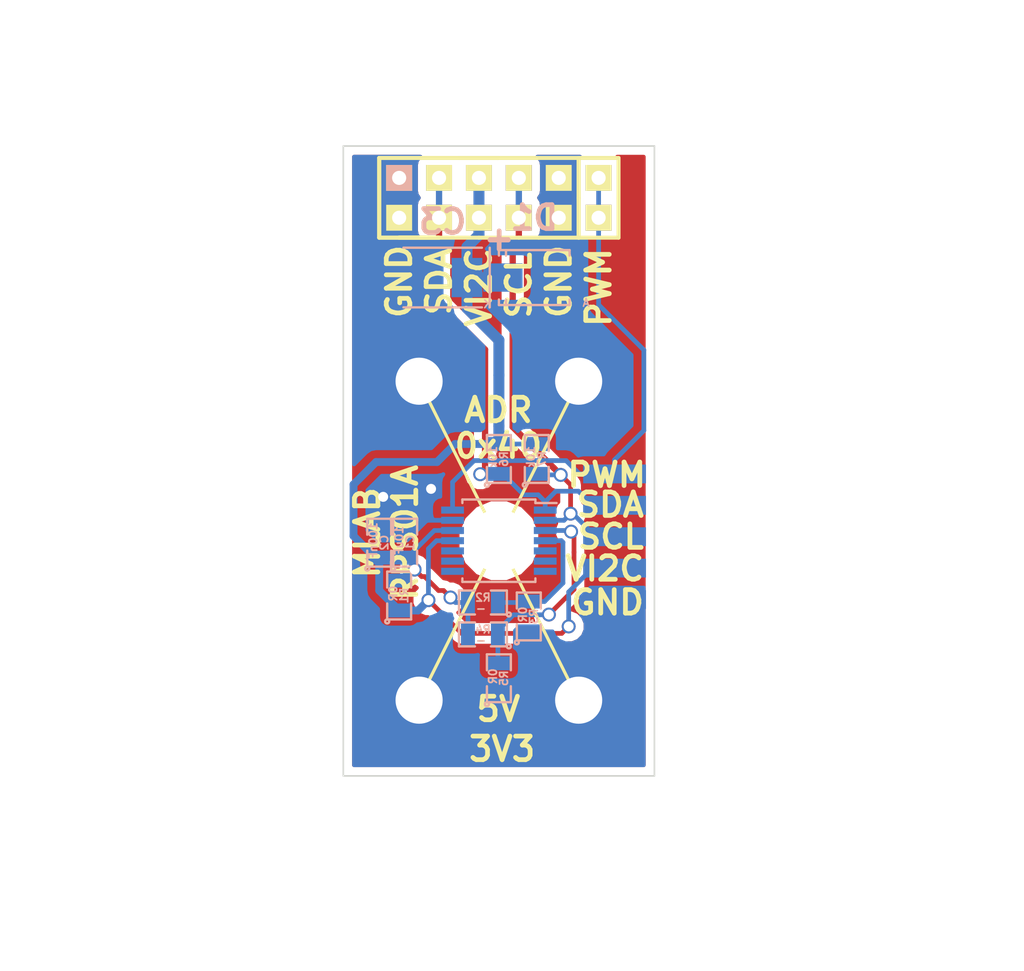
<source format=kicad_pcb>
(kicad_pcb (version 4) (host pcbnew 0.201601041403+6416~40~ubuntu15.10.1-stable)

  (general
    (links 43)
    (no_connects 0)
    (area 103.030001 65.668 168.471428 130.170001)
    (thickness 1.6)
    (drawings 32)
    (tracks 134)
    (zones 0)
    (modules 19)
    (nets 9)
  )

  (page A4)
  (title_block
    (title "Rotational Position Sensor")
    (rev 01A)
    (company MLAB.cz)
  )

  (layers
    (0 F.Cu signal)
    (31 B.Cu signal)
    (32 B.Adhes user)
    (33 F.Adhes user)
    (34 B.Paste user)
    (35 F.Paste user)
    (36 B.SilkS user)
    (37 F.SilkS user)
    (38 B.Mask user)
    (39 F.Mask user)
    (40 Dwgs.User user)
    (41 Cmts.User user)
    (42 Eco1.User user)
    (43 Eco2.User user)
    (44 Edge.Cuts user)
    (45 Margin user)
    (46 B.CrtYd user)
    (47 F.CrtYd user)
    (48 B.Fab user)
    (49 F.Fab user)
  )

  (setup
    (last_trace_width 0.3)
    (user_trace_width 0.3)
    (user_trace_width 0.4)
    (user_trace_width 0.5)
    (user_trace_width 0.6)
    (user_trace_width 0.7)
    (trace_clearance 0.254)
    (zone_clearance 0.508)
    (zone_45_only no)
    (trace_min 0.254)
    (segment_width 0.2)
    (edge_width 0.1)
    (via_size 0.889)
    (via_drill 0.635)
    (via_min_size 0.889)
    (via_min_drill 0.508)
    (uvia_size 0.508)
    (uvia_drill 0.127)
    (uvias_allowed no)
    (uvia_min_size 0.508)
    (uvia_min_drill 0.127)
    (pcb_text_width 0.3)
    (pcb_text_size 1.5 1.5)
    (mod_edge_width 0.15)
    (mod_text_size 1 1)
    (mod_text_width 0.15)
    (pad_size 6 6)
    (pad_drill 6)
    (pad_to_mask_clearance 0)
    (aux_axis_origin 0 0)
    (visible_elements 7FFFFF7F)
    (pcbplotparams
      (layerselection 0x010e0_ffffffff)
      (usegerberextensions false)
      (excludeedgelayer true)
      (linewidth 0.100000)
      (plotframeref false)
      (viasonmask false)
      (mode 1)
      (useauxorigin false)
      (hpglpennumber 1)
      (hpglpenspeed 20)
      (hpglpendiameter 15)
      (hpglpenoverlay 2)
      (psnegative false)
      (psa4output false)
      (plotreference true)
      (plotvalue true)
      (plotinvisibletext false)
      (padsonsilk false)
      (subtractmaskfromsilk false)
      (outputformat 1)
      (mirror false)
      (drillshape 0)
      (scaleselection 1)
      (outputdirectory ../CAM_PROFI/))
  )

  (net 0 "")
  (net 1 GND)
  (net 2 VDD)
  (net 3 /SCL)
  (net 4 /SDA)
  (net 5 /PWM)
  (net 6 /A2)
  (net 7 /A1)
  (net 8 /VDD3V)

  (net_class Default "Toto je výchozí třída sítě."
    (clearance 0.254)
    (trace_width 0.3)
    (via_dia 0.889)
    (via_drill 0.635)
    (uvia_dia 0.508)
    (uvia_drill 0.127)
    (add_net /A1)
    (add_net /A2)
    (add_net /PWM)
    (add_net /SCL)
    (add_net /SDA)
    (add_net /VDD3V)
  )

  (net_class Power ""
    (clearance 0.254)
    (trace_width 0.5)
    (via_dia 0.889)
    (via_drill 0.635)
    (uvia_dia 0.508)
    (uvia_drill 0.127)
    (add_net GND)
    (add_net VDD)
  )

  (module Housings_SSOP:TSSOP-14_4.4x5mm_Pitch0.65mm (layer B.Cu) (tedit 55D1E9F8) (tstamp 55125207)
    (at 135.16 99.76 180)
    (descr "14-Lead Plastic Thin Shrink Small Outline (ST)-4.4 mm Body [TSSOP] (see Microchip Packaging Specification 00000049BS.pdf)")
    (tags "SSOP 0.65")
    (path /547DEEB9)
    (attr smd)
    (fp_text reference U1 (at 0 0 180) (layer B.SilkS)
      (effects (font (size 1 1) (thickness 0.15)) (justify mirror))
    )
    (fp_text value AS5048B (at -0.381 -0.127 270) (layer B.SilkS) hide
      (effects (font (size 1 1) (thickness 0.15)) (justify mirror))
    )
    (fp_line (start -3.95 2.8) (end -3.95 -2.8) (layer B.CrtYd) (width 0.05))
    (fp_line (start 3.95 2.8) (end 3.95 -2.8) (layer B.CrtYd) (width 0.05))
    (fp_line (start -3.95 2.8) (end 3.95 2.8) (layer B.CrtYd) (width 0.05))
    (fp_line (start -3.95 -2.8) (end 3.95 -2.8) (layer B.CrtYd) (width 0.05))
    (fp_line (start -2.325 2.625) (end -2.325 2.4) (layer B.SilkS) (width 0.15))
    (fp_line (start 2.325 2.625) (end 2.325 2.4) (layer B.SilkS) (width 0.15))
    (fp_line (start 2.325 -2.625) (end 2.325 -2.4) (layer B.SilkS) (width 0.15))
    (fp_line (start -2.325 -2.625) (end -2.325 -2.4) (layer B.SilkS) (width 0.15))
    (fp_line (start -2.325 2.625) (end 2.325 2.625) (layer B.SilkS) (width 0.15))
    (fp_line (start -2.325 -2.625) (end 2.325 -2.625) (layer B.SilkS) (width 0.15))
    (fp_line (start -2.325 2.4) (end -3.675 2.4) (layer B.SilkS) (width 0.15))
    (pad 1 smd rect (at -2.95 1.95 180) (size 1.45 0.45) (layers B.Cu B.Paste B.Mask)
      (net 4 /SDA))
    (pad 2 smd rect (at -2.95 1.3 180) (size 1.45 0.45) (layers B.Cu B.Paste B.Mask)
      (net 3 /SCL))
    (pad 3 smd rect (at -2.95 0.65 180) (size 1.45 0.45) (layers B.Cu B.Paste B.Mask)
      (net 6 /A2))
    (pad 4 smd rect (at -2.95 0 180) (size 1.45 0.45) (layers B.Cu B.Paste B.Mask)
      (net 7 /A1))
    (pad 5 smd rect (at -2.95 -0.65 180) (size 1.45 0.45) (layers B.Cu B.Paste B.Mask))
    (pad 6 smd rect (at -2.95 -1.3 180) (size 1.45 0.45) (layers B.Cu B.Paste B.Mask))
    (pad 7 smd rect (at -2.95 -1.95 180) (size 1.45 0.45) (layers B.Cu B.Paste B.Mask))
    (pad 8 smd rect (at 2.95 -1.95 180) (size 1.45 0.45) (layers B.Cu B.Paste B.Mask))
    (pad 9 smd rect (at 2.95 -1.3 180) (size 1.45 0.45) (layers B.Cu B.Paste B.Mask))
    (pad 10 smd rect (at 2.95 -0.65 180) (size 1.45 0.45) (layers B.Cu B.Paste B.Mask))
    (pad 11 smd rect (at 2.95 0 180) (size 1.45 0.45) (layers B.Cu B.Paste B.Mask)
      (net 2 VDD))
    (pad 12 smd rect (at 2.95 0.65 180) (size 1.45 0.45) (layers B.Cu B.Paste B.Mask)
      (net 8 /VDD3V))
    (pad 13 smd rect (at 2.95 1.3 180) (size 1.45 0.45) (layers B.Cu B.Paste B.Mask)
      (net 1 GND))
    (pad 14 smd rect (at 2.95 1.95 180) (size 1.45 0.45) (layers B.Cu B.Paste B.Mask)
      (net 5 /PWM))
    (pad "" np_thru_hole circle (at 0 0 180) (size 4 4) (drill 4) (layers *.Cu F.Mask))
    (model Housings_SSOP/TSSOP-14_4.4x5mm_Pitch0.65mm.wrl
      (at (xyz 0 0 0))
      (scale (xyz 1 1 1))
      (rotate (xyz 0 0 0))
    )
  )

  (module MLAB_R:SMD-0805 (layer B.Cu) (tedit 54799E0C) (tstamp 547EC927)
    (at 129.191 99.887 90)
    (path /547DF05B)
    (attr smd)
    (fp_text reference C1 (at 0 0.3175 90) (layer B.SilkS)
      (effects (font (size 0.50038 0.50038) (thickness 0.10922)) (justify mirror))
    )
    (fp_text value 10uF (at 0.127 -0.381 90) (layer B.SilkS)
      (effects (font (size 0.50038 0.50038) (thickness 0.10922)) (justify mirror))
    )
    (fp_circle (center -1.651 -0.762) (end -1.651 -0.635) (layer B.SilkS) (width 0.15))
    (fp_line (start -0.508 -0.762) (end -1.524 -0.762) (layer B.SilkS) (width 0.15))
    (fp_line (start -1.524 -0.762) (end -1.524 0.762) (layer B.SilkS) (width 0.15))
    (fp_line (start -1.524 0.762) (end -0.508 0.762) (layer B.SilkS) (width 0.15))
    (fp_line (start 0.508 0.762) (end 1.524 0.762) (layer B.SilkS) (width 0.15))
    (fp_line (start 1.524 0.762) (end 1.524 -0.762) (layer B.SilkS) (width 0.15))
    (fp_line (start 1.524 -0.762) (end 0.508 -0.762) (layer B.SilkS) (width 0.15))
    (pad 1 smd rect (at -0.9525 0 90) (size 0.889 1.397) (layers B.Cu B.Paste B.Mask)
      (net 8 /VDD3V))
    (pad 2 smd rect (at 0.9525 0 90) (size 0.889 1.397) (layers B.Cu B.Paste B.Mask)
      (net 1 GND))
    (model MLAB_3D/Resistors/chip_cms.wrl
      (at (xyz 0 0 0))
      (scale (xyz 0.1 0.1 0.1))
      (rotate (xyz 0 0 0))
    )
  )

  (module MLAB_R:SMD-0805 (layer B.Cu) (tedit 54799E0C) (tstamp 547EC934)
    (at 127.54 99.887 90)
    (path /547DEF58)
    (attr smd)
    (fp_text reference C2 (at 0 0.3175 90) (layer B.SilkS)
      (effects (font (size 0.50038 0.50038) (thickness 0.10922)) (justify mirror))
    )
    (fp_text value 100nF (at 0.127 -0.381 90) (layer B.SilkS)
      (effects (font (size 0.50038 0.50038) (thickness 0.10922)) (justify mirror))
    )
    (fp_circle (center -1.651 -0.762) (end -1.651 -0.635) (layer B.SilkS) (width 0.15))
    (fp_line (start -0.508 -0.762) (end -1.524 -0.762) (layer B.SilkS) (width 0.15))
    (fp_line (start -1.524 -0.762) (end -1.524 0.762) (layer B.SilkS) (width 0.15))
    (fp_line (start -1.524 0.762) (end -0.508 0.762) (layer B.SilkS) (width 0.15))
    (fp_line (start 0.508 0.762) (end 1.524 0.762) (layer B.SilkS) (width 0.15))
    (fp_line (start 1.524 0.762) (end 1.524 -0.762) (layer B.SilkS) (width 0.15))
    (fp_line (start 1.524 -0.762) (end 0.508 -0.762) (layer B.SilkS) (width 0.15))
    (pad 1 smd rect (at -0.9525 0 90) (size 0.889 1.397) (layers B.Cu B.Paste B.Mask)
      (net 2 VDD))
    (pad 2 smd rect (at 0.9525 0 90) (size 0.889 1.397) (layers B.Cu B.Paste B.Mask)
      (net 1 GND))
    (model MLAB_3D/Resistors/chip_cms.wrl
      (at (xyz 0 0 0))
      (scale (xyz 0.1 0.1 0.1))
      (rotate (xyz 0 0 0))
    )
  )

  (module Hrebinky:Pin_Header_Straight_2x05 placed (layer F.Cu) (tedit 55125659) (tstamp 547EC957)
    (at 133.89 77.916 180)
    (descr "1 pin")
    (tags "CONN DEV")
    (path /547DF2B1)
    (fp_text reference J1 (at 0 -3.81 180) (layer F.SilkS) hide
      (effects (font (size 1.27 1.27) (thickness 0.2032)))
    )
    (fp_text value JUMP_5X2 (at 1.27 0 180) (layer F.SilkS) hide
      (effects (font (size 1.27 1.27) (thickness 0.2032)))
    )
    (fp_line (start -3.81 -2.54) (end -2.54 -2.54) (layer F.SilkS) (width 0.254))
    (fp_line (start -6.35 -2.54) (end -3.81 -2.54) (layer F.SilkS) (width 0.254))
    (fp_line (start 6.35 2.54) (end 6.35 -2.54) (layer F.SilkS) (width 0.254))
    (fp_line (start 3.81 -2.54) (end 6.35 -2.54) (layer F.SilkS) (width 0.254))
    (fp_line (start 3.81 2.54) (end 6.35 2.54) (layer F.SilkS) (width 0.254))
    (fp_line (start 3.81 2.54) (end 6.35 2.54) (layer F.SilkS) (width 0.254))
    (fp_line (start 3.81 -2.54) (end 6.35 -2.54) (layer F.SilkS) (width 0.254))
    (fp_line (start 6.35 2.54) (end 6.35 -2.54) (layer F.SilkS) (width 0.254))
    (fp_line (start 2.54 -2.54) (end 5.08 -2.54) (layer F.SilkS) (width 0.254))
    (fp_line (start -1.27 2.54) (end 1.27 2.54) (layer F.SilkS) (width 0.254))
    (fp_line (start -1.27 2.54) (end 1.27 2.54) (layer F.SilkS) (width 0.254))
    (fp_line (start 2.54 -2.54) (end 5.08 -2.54) (layer F.SilkS) (width 0.254))
    (fp_line (start 2.54 -2.54) (end 5.08 -2.54) (layer F.SilkS) (width 0.254))
    (fp_line (start 1.27 2.54) (end 3.81 2.54) (layer F.SilkS) (width 0.254))
    (fp_line (start 1.27 2.54) (end 3.81 2.54) (layer F.SilkS) (width 0.254))
    (fp_line (start 2.54 -2.54) (end 5.08 -2.54) (layer F.SilkS) (width 0.254))
    (fp_line (start -6.35 2.54) (end 1.27 2.54) (layer F.SilkS) (width 0.254))
    (fp_line (start 5.08 -2.54) (end 0 -2.54) (layer F.SilkS) (width 0.254))
    (fp_line (start -6.35 2.54) (end -6.35 0) (layer F.SilkS) (width 0.254))
    (fp_line (start -6.35 -2.54) (end -6.35 0) (layer F.SilkS) (width 0.254))
    (fp_line (start 0 -2.54) (end -2.54 -2.54) (layer F.SilkS) (width 0.254))
    (pad 9 thru_hole rect (at -2.54 -1.27 180) (size 1.651 1.651) (drill 0.9) (layers *.Cu *.Mask F.SilkS)
      (net 3 /SCL))
    (pad 5 thru_hole rect (at 5.08 1.27 180) (size 1.651 1.651) (drill 0.9) (layers *.Cu *.SilkS *.Mask)
      (net 1 GND))
    (pad 3 thru_hole rect (at 0 1.27 180) (size 1.651 1.651) (drill 0.9) (layers *.Cu *.Mask F.SilkS)
      (net 2 VDD))
    (pad 6 thru_hole rect (at 5.08 -1.27 180) (size 1.651 1.651) (drill 0.9) (layers *.Cu *.Mask F.SilkS)
      (net 1 GND))
    (pad 1 thru_hole rect (at -5.08 1.27 180) (size 1.651 1.651) (drill 0.9) (layers *.Cu *.Mask F.SilkS)
      (net 1 GND))
    (pad 2 thru_hole rect (at -2.54 1.27 180) (size 1.651 1.651) (drill 0.9) (layers *.Cu *.Mask F.SilkS)
      (net 3 /SCL))
    (pad 4 thru_hole rect (at 2.54 1.27 180) (size 1.651 1.651) (drill 0.9) (layers *.Cu *.Mask F.SilkS)
      (net 4 /SDA))
    (pad 10 thru_hole rect (at -5.08 -1.27 180) (size 1.651 1.651) (drill 0.9) (layers *.Cu *.Mask F.SilkS)
      (net 1 GND))
    (pad 7 thru_hole rect (at 2.54 -1.27 180) (size 1.651 1.651) (drill 0.9) (layers *.Cu *.Mask F.SilkS)
      (net 4 /SDA))
    (pad 8 thru_hole rect (at 0 -1.27 180) (size 1.651 1.651) (drill 0.9) (layers *.Cu *.Mask F.SilkS)
      (net 2 VDD))
    (model Pin_Headers/Pin_Header_Straight_2x03.wrl
      (at (xyz 0 0 0))
      (scale (xyz 1 1 1))
      (rotate (xyz 0 0 0))
    )
    (model Pin_Headers/Pin_Header_Straight_2x05.wrl
      (at (xyz 0 0 0))
      (scale (xyz 1 1 1))
      (rotate (xyz 0 0 0))
    )
  )

  (module Hrebinky:Pin_Header_Straight_2x01 placed (layer F.Cu) (tedit 55125655) (tstamp 547EC961)
    (at 141.51 77.916)
    (descr "1 pin")
    (tags "CONN DEV")
    (path /547DF44F)
    (fp_text reference J2 (at 0 -3.81) (layer F.SilkS) hide
      (effects (font (size 1.27 1.27) (thickness 0.2032)))
    )
    (fp_text value JUMP_2x1 (at 0 0) (layer F.SilkS) hide
      (effects (font (size 1.27 1.27) (thickness 0.2032)))
    )
    (fp_line (start -1.27 -2.54) (end 1.27 -2.54) (layer F.SilkS) (width 0.254))
    (fp_line (start 1.27 -2.54) (end 1.27 2.54) (layer F.SilkS) (width 0.254))
    (fp_line (start 1.27 2.54) (end -1.27 2.54) (layer F.SilkS) (width 0.254))
    (fp_line (start -1.27 2.54) (end -1.27 -2.54) (layer F.SilkS) (width 0.254))
    (pad 2 thru_hole rect (at 0 1.27) (size 1.651 1.651) (drill 0.9) (layers *.Cu *.Mask F.SilkS)
      (net 5 /PWM))
    (pad 1 thru_hole rect (at 0 -1.27) (size 1.651 1.651) (drill 0.9) (layers *.Cu *.Mask F.SilkS)
      (net 5 /PWM))
    (model Pin_Headers/Pin_Header_Straight_2x01.wrl
      (at (xyz 0 0 0))
      (scale (xyz 1 1 1))
      (rotate (xyz 0 0 0))
    )
  )

  (module Dira:MountingHole_3mm placed (layer F.Cu) (tedit 55126217) (tstamp 547EC977)
    (at 130.08 109.92)
    (descr "Mounting hole, Befestigungsbohrung, 3mm, No Annular, Kein Restring,")
    (tags "Mounting hole, Befestigungsbohrung, 3mm, No Annular, Kein Restring,")
    (path /547E0CBD)
    (fp_text reference P1 (at 0.1778 -0.0762) (layer F.SilkS) hide
      (effects (font (thickness 0.3048)))
    )
    (fp_text value _ (at 1.00076 5.00126) (layer F.SilkS) hide
      (effects (font (thickness 0.3048)))
    )
    (fp_circle (center 0 0) (end 2.99974 0) (layer Cmts.User) (width 0.381))
    (pad 1 thru_hole circle (at 0 0) (size 6 6) (drill 3) (layers *.Cu *.Adhes *.Mask)
      (net 1 GND) (clearance 1) (zone_connect 2))
  )

  (module Dira:MountingHole_3mm placed (layer F.Cu) (tedit 5512621C) (tstamp 547EC97D)
    (at 140.24 109.92)
    (descr "Mounting hole, Befestigungsbohrung, 3mm, No Annular, Kein Restring,")
    (tags "Mounting hole, Befestigungsbohrung, 3mm, No Annular, Kein Restring,")
    (path /547E0EDE)
    (fp_text reference P2 (at 0.1778 -0.0762) (layer F.SilkS) hide
      (effects (font (thickness 0.3048)))
    )
    (fp_text value _ (at 1.00076 5.00126) (layer F.SilkS) hide
      (effects (font (thickness 0.3048)))
    )
    (fp_circle (center 0 0) (end 2.99974 0) (layer Cmts.User) (width 0.381))
    (pad 1 thru_hole circle (at 0 0) (size 6 6) (drill 3) (layers *.Cu *.Adhes *.Mask)
      (net 1 GND) (clearance 1) (zone_connect 2))
  )

  (module Dira:MountingHole_3mm placed (layer F.Cu) (tedit 55126201) (tstamp 547EC983)
    (at 140.24 89.6)
    (descr "Mounting hole, Befestigungsbohrung, 3mm, No Annular, Kein Restring,")
    (tags "Mounting hole, Befestigungsbohrung, 3mm, No Annular, Kein Restring,")
    (path /547E0F11)
    (fp_text reference P3 (at 0.1778 -0.0762) (layer F.SilkS) hide
      (effects (font (thickness 0.3048)))
    )
    (fp_text value _ (at 1.00076 5.00126) (layer F.SilkS) hide
      (effects (font (thickness 0.3048)))
    )
    (fp_circle (center 0 0) (end 2.99974 0) (layer Cmts.User) (width 0.381))
    (pad 1 thru_hole circle (at 0 0) (size 6 6) (drill 3) (layers *.Cu *.Adhes *.Mask)
      (net 1 GND) (clearance 1) (zone_connect 2))
  )

  (module Dira:MountingHole_3mm placed (layer F.Cu) (tedit 551261F5) (tstamp 547EC989)
    (at 130.08 89.6)
    (descr "Mounting hole, Befestigungsbohrung, 3mm, No Annular, Kein Restring,")
    (tags "Mounting hole, Befestigungsbohrung, 3mm, No Annular, Kein Restring,")
    (path /547E0F45)
    (fp_text reference P4 (at 0.1778 -0.0762) (layer F.SilkS) hide
      (effects (font (thickness 0.3048)))
    )
    (fp_text value _ (at 1.00076 5.00126) (layer F.SilkS) hide
      (effects (font (thickness 0.3048)))
    )
    (fp_circle (center 0 0) (end 2.99974 0) (layer Cmts.User) (width 0.381))
    (pad 1 thru_hole circle (at 0 0) (size 6 6) (drill 3) (layers *.Cu *.Adhes *.Mask)
      (net 1 GND) (clearance 1) (zone_connect 2))
  )

  (module MLAB_R:SMD-0805 (layer B.Cu) (tedit 54799E0C) (tstamp 547EC996)
    (at 128.81 103.2525 90)
    (path /547DF170)
    (attr smd)
    (fp_text reference R1 (at 0 0.3175 90) (layer B.SilkS)
      (effects (font (size 0.50038 0.50038) (thickness 0.10922)) (justify mirror))
    )
    (fp_text value 0R (at 0.127 -0.381 90) (layer B.SilkS)
      (effects (font (size 0.50038 0.50038) (thickness 0.10922)) (justify mirror))
    )
    (fp_circle (center -1.651 -0.762) (end -1.651 -0.635) (layer B.SilkS) (width 0.15))
    (fp_line (start -0.508 -0.762) (end -1.524 -0.762) (layer B.SilkS) (width 0.15))
    (fp_line (start -1.524 -0.762) (end -1.524 0.762) (layer B.SilkS) (width 0.15))
    (fp_line (start -1.524 0.762) (end -0.508 0.762) (layer B.SilkS) (width 0.15))
    (fp_line (start 0.508 0.762) (end 1.524 0.762) (layer B.SilkS) (width 0.15))
    (fp_line (start 1.524 0.762) (end 1.524 -0.762) (layer B.SilkS) (width 0.15))
    (fp_line (start 1.524 -0.762) (end 0.508 -0.762) (layer B.SilkS) (width 0.15))
    (pad 1 smd rect (at -0.9525 0 90) (size 0.889 1.397) (layers B.Cu B.Paste B.Mask)
      (net 2 VDD))
    (pad 2 smd rect (at 0.9525 0 90) (size 0.889 1.397) (layers B.Cu B.Paste B.Mask)
      (net 8 /VDD3V))
    (model MLAB_3D/Resistors/chip_cms.wrl
      (at (xyz 0 0 0))
      (scale (xyz 0.1 0.1 0.1))
      (rotate (xyz 0 0 0))
    )
  )

  (module MLAB_R:SMD-0805 (layer B.Cu) (tedit 54799E0C) (tstamp 547EC9A3)
    (at 134.144 103.697 180)
    (path /547DF9D0)
    (attr smd)
    (fp_text reference R2 (at 0 0.3175 180) (layer B.SilkS)
      (effects (font (size 0.50038 0.50038) (thickness 0.10922)) (justify mirror))
    )
    (fp_text value - (at 0.127 -0.381 180) (layer B.SilkS)
      (effects (font (size 0.50038 0.50038) (thickness 0.10922)) (justify mirror))
    )
    (fp_circle (center -1.651 -0.762) (end -1.651 -0.635) (layer B.SilkS) (width 0.15))
    (fp_line (start -0.508 -0.762) (end -1.524 -0.762) (layer B.SilkS) (width 0.15))
    (fp_line (start -1.524 -0.762) (end -1.524 0.762) (layer B.SilkS) (width 0.15))
    (fp_line (start -1.524 0.762) (end -0.508 0.762) (layer B.SilkS) (width 0.15))
    (fp_line (start 0.508 0.762) (end 1.524 0.762) (layer B.SilkS) (width 0.15))
    (fp_line (start 1.524 0.762) (end 1.524 -0.762) (layer B.SilkS) (width 0.15))
    (fp_line (start 1.524 -0.762) (end 0.508 -0.762) (layer B.SilkS) (width 0.15))
    (pad 1 smd rect (at -0.9525 0 180) (size 0.889 1.397) (layers B.Cu B.Paste B.Mask)
      (net 7 /A1))
    (pad 2 smd rect (at 0.9525 0 180) (size 0.889 1.397) (layers B.Cu B.Paste B.Mask)
      (net 8 /VDD3V))
    (model MLAB_3D/Resistors/chip_cms.wrl
      (at (xyz 0 0 0))
      (scale (xyz 0.1 0.1 0.1))
      (rotate (xyz 0 0 0))
    )
  )

  (module MLAB_R:SMD-0805 (layer B.Cu) (tedit 54799E0C) (tstamp 547EC9B0)
    (at 137.065 104.586 90)
    (path /547DF9FA)
    (attr smd)
    (fp_text reference R3 (at 0 0.3175 90) (layer B.SilkS)
      (effects (font (size 0.50038 0.50038) (thickness 0.10922)) (justify mirror))
    )
    (fp_text value 0R (at 0.127 -0.381 90) (layer B.SilkS)
      (effects (font (size 0.50038 0.50038) (thickness 0.10922)) (justify mirror))
    )
    (fp_circle (center -1.651 -0.762) (end -1.651 -0.635) (layer B.SilkS) (width 0.15))
    (fp_line (start -0.508 -0.762) (end -1.524 -0.762) (layer B.SilkS) (width 0.15))
    (fp_line (start -1.524 -0.762) (end -1.524 0.762) (layer B.SilkS) (width 0.15))
    (fp_line (start -1.524 0.762) (end -0.508 0.762) (layer B.SilkS) (width 0.15))
    (fp_line (start 0.508 0.762) (end 1.524 0.762) (layer B.SilkS) (width 0.15))
    (fp_line (start 1.524 0.762) (end 1.524 -0.762) (layer B.SilkS) (width 0.15))
    (fp_line (start 1.524 -0.762) (end 0.508 -0.762) (layer B.SilkS) (width 0.15))
    (pad 1 smd rect (at -0.9525 0 90) (size 0.889 1.397) (layers B.Cu B.Paste B.Mask)
      (net 1 GND))
    (pad 2 smd rect (at 0.9525 0 90) (size 0.889 1.397) (layers B.Cu B.Paste B.Mask)
      (net 7 /A1))
    (model MLAB_3D/Resistors/chip_cms.wrl
      (at (xyz 0 0 0))
      (scale (xyz 0.1 0.1 0.1))
      (rotate (xyz 0 0 0))
    )
  )

  (module MLAB_R:SMD-0805 (layer B.Cu) (tedit 54799E0C) (tstamp 547EC9BD)
    (at 134.144 105.729 180)
    (path /547DF710)
    (attr smd)
    (fp_text reference R4 (at 0 0.3175 180) (layer B.SilkS)
      (effects (font (size 0.50038 0.50038) (thickness 0.10922)) (justify mirror))
    )
    (fp_text value - (at 0.127 -0.381 180) (layer B.SilkS)
      (effects (font (size 0.50038 0.50038) (thickness 0.10922)) (justify mirror))
    )
    (fp_circle (center -1.651 -0.762) (end -1.651 -0.635) (layer B.SilkS) (width 0.15))
    (fp_line (start -0.508 -0.762) (end -1.524 -0.762) (layer B.SilkS) (width 0.15))
    (fp_line (start -1.524 -0.762) (end -1.524 0.762) (layer B.SilkS) (width 0.15))
    (fp_line (start -1.524 0.762) (end -0.508 0.762) (layer B.SilkS) (width 0.15))
    (fp_line (start 0.508 0.762) (end 1.524 0.762) (layer B.SilkS) (width 0.15))
    (fp_line (start 1.524 0.762) (end 1.524 -0.762) (layer B.SilkS) (width 0.15))
    (fp_line (start 1.524 -0.762) (end 0.508 -0.762) (layer B.SilkS) (width 0.15))
    (pad 1 smd rect (at -0.9525 0 180) (size 0.889 1.397) (layers B.Cu B.Paste B.Mask)
      (net 6 /A2))
    (pad 2 smd rect (at 0.9525 0 180) (size 0.889 1.397) (layers B.Cu B.Paste B.Mask)
      (net 8 /VDD3V))
    (model MLAB_3D/Resistors/chip_cms.wrl
      (at (xyz 0 0 0))
      (scale (xyz 0.1 0.1 0.1))
      (rotate (xyz 0 0 0))
    )
  )

  (module MLAB_R:SMD-0805 (layer B.Cu) (tedit 54799E0C) (tstamp 547EC9CA)
    (at 135.16 108.523 90)
    (path /547DFA35)
    (attr smd)
    (fp_text reference R5 (at 0 0.3175 90) (layer B.SilkS)
      (effects (font (size 0.50038 0.50038) (thickness 0.10922)) (justify mirror))
    )
    (fp_text value 0R (at 0.127 -0.381 90) (layer B.SilkS)
      (effects (font (size 0.50038 0.50038) (thickness 0.10922)) (justify mirror))
    )
    (fp_circle (center -1.651 -0.762) (end -1.651 -0.635) (layer B.SilkS) (width 0.15))
    (fp_line (start -0.508 -0.762) (end -1.524 -0.762) (layer B.SilkS) (width 0.15))
    (fp_line (start -1.524 -0.762) (end -1.524 0.762) (layer B.SilkS) (width 0.15))
    (fp_line (start -1.524 0.762) (end -0.508 0.762) (layer B.SilkS) (width 0.15))
    (fp_line (start 0.508 0.762) (end 1.524 0.762) (layer B.SilkS) (width 0.15))
    (fp_line (start 1.524 0.762) (end 1.524 -0.762) (layer B.SilkS) (width 0.15))
    (fp_line (start 1.524 -0.762) (end 0.508 -0.762) (layer B.SilkS) (width 0.15))
    (pad 1 smd rect (at -0.9525 0 90) (size 0.889 1.397) (layers B.Cu B.Paste B.Mask)
      (net 1 GND))
    (pad 2 smd rect (at 0.9525 0 90) (size 0.889 1.397) (layers B.Cu B.Paste B.Mask)
      (net 6 /A2))
    (model MLAB_3D/Resistors/chip_cms.wrl
      (at (xyz 0 0 0))
      (scale (xyz 0.1 0.1 0.1))
      (rotate (xyz 0 0 0))
    )
  )

  (module MLAB_R:SMD-0805 (layer B.Cu) (tedit 54799E0C) (tstamp 547ED178)
    (at 135.16 94.553 90)
    (path /547ED127)
    (attr smd)
    (fp_text reference R6 (at 0 0.3175 90) (layer B.SilkS)
      (effects (font (size 0.50038 0.50038) (thickness 0.10922)) (justify mirror))
    )
    (fp_text value 10k (at 0.127 -0.381 90) (layer B.SilkS)
      (effects (font (size 0.50038 0.50038) (thickness 0.10922)) (justify mirror))
    )
    (fp_circle (center -1.651 -0.762) (end -1.651 -0.635) (layer B.SilkS) (width 0.15))
    (fp_line (start -0.508 -0.762) (end -1.524 -0.762) (layer B.SilkS) (width 0.15))
    (fp_line (start -1.524 -0.762) (end -1.524 0.762) (layer B.SilkS) (width 0.15))
    (fp_line (start -1.524 0.762) (end -0.508 0.762) (layer B.SilkS) (width 0.15))
    (fp_line (start 0.508 0.762) (end 1.524 0.762) (layer B.SilkS) (width 0.15))
    (fp_line (start 1.524 0.762) (end 1.524 -0.762) (layer B.SilkS) (width 0.15))
    (fp_line (start 1.524 -0.762) (end 0.508 -0.762) (layer B.SilkS) (width 0.15))
    (pad 1 smd rect (at -0.9525 0 90) (size 0.889 1.397) (layers B.Cu B.Paste B.Mask)
      (net 4 /SDA))
    (pad 2 smd rect (at 0.9525 0 90) (size 0.889 1.397) (layers B.Cu B.Paste B.Mask)
      (net 2 VDD))
    (model MLAB_3D/Resistors/chip_cms.wrl
      (at (xyz 0 0 0))
      (scale (xyz 0.1 0.1 0.1))
      (rotate (xyz 0 0 0))
    )
  )

  (module MLAB_R:SMD-0805 (layer B.Cu) (tedit 54799E0C) (tstamp 547ED185)
    (at 137.573 94.553 90)
    (path /547ED1C7)
    (attr smd)
    (fp_text reference R7 (at 0 0.3175 90) (layer B.SilkS)
      (effects (font (size 0.50038 0.50038) (thickness 0.10922)) (justify mirror))
    )
    (fp_text value 10k (at 0.127 -0.381 90) (layer B.SilkS)
      (effects (font (size 0.50038 0.50038) (thickness 0.10922)) (justify mirror))
    )
    (fp_circle (center -1.651 -0.762) (end -1.651 -0.635) (layer B.SilkS) (width 0.15))
    (fp_line (start -0.508 -0.762) (end -1.524 -0.762) (layer B.SilkS) (width 0.15))
    (fp_line (start -1.524 -0.762) (end -1.524 0.762) (layer B.SilkS) (width 0.15))
    (fp_line (start -1.524 0.762) (end -0.508 0.762) (layer B.SilkS) (width 0.15))
    (fp_line (start 0.508 0.762) (end 1.524 0.762) (layer B.SilkS) (width 0.15))
    (fp_line (start 1.524 0.762) (end 1.524 -0.762) (layer B.SilkS) (width 0.15))
    (fp_line (start 1.524 -0.762) (end 0.508 -0.762) (layer B.SilkS) (width 0.15))
    (pad 1 smd rect (at -0.9525 0 90) (size 0.889 1.397) (layers B.Cu B.Paste B.Mask)
      (net 3 /SCL))
    (pad 2 smd rect (at 0.9525 0 90) (size 0.889 1.397) (layers B.Cu B.Paste B.Mask)
      (net 2 VDD))
    (model MLAB_3D/Resistors/chip_cms.wrl
      (at (xyz 0 0 0))
      (scale (xyz 0.1 0.1 0.1))
      (rotate (xyz 0 0 0))
    )
  )

  (module Hrebinky:SMD_JUMP1X5 (layer B.Cu) (tedit 5512564D) (tstamp 547ED707)
    (at 142.526 99.506 180)
    (path /547ED805)
    (fp_text reference J3 (at 14.859 3.81 180) (layer B.SilkS) hide
      (effects (font (size 1 1) (thickness 0.15)) (justify mirror))
    )
    (fp_text value JUMP_5X2 (at -0.127 6.477 180) (layer B.SilkS) hide
      (effects (font (size 1 1) (thickness 0.15)) (justify mirror))
    )
    (pad 1 smd rect (at 0 -4 180) (size 4 1.2) (layers B.Cu B.Paste B.Mask)
      (net 1 GND))
    (pad 2 smd rect (at 0 -2 180) (size 4 1.2) (layers B.Cu B.Paste B.Mask)
      (net 2 VDD))
    (pad 3 smd rect (at 0 0 180) (size 4 1.2) (layers B.Cu B.Paste B.Mask)
      (net 3 /SCL))
    (pad 4 smd rect (at 0 2 180) (size 4 1.2) (layers B.Cu B.Paste B.Mask)
      (net 4 /SDA))
    (pad 5 smd rect (at 0 4 180) (size 4 1.2) (layers B.Cu B.Paste B.Mask)
      (net 5 /PWM))
  )

  (module Mlab_C:TantalC_SizeB_Reflow (layer B.Cu) (tedit 54BBE393) (tstamp 55133735)
    (at 131.5786 82.996 180)
    (descr "Tantal Cap. , Size B, EIA-3528, Reflow,")
    (tags "Tantal Cap. , Size B, EIA-3528, Reflow,")
    (path /55133722)
    (attr smd)
    (fp_text reference C3 (at 0 3.556 180) (layer B.SilkS)
      (effects (font (thickness 0.3048)) (justify mirror))
    )
    (fp_text value 10uF (at 0 -3.556 180) (layer B.SilkS) hide
      (effects (font (thickness 0.3048)) (justify mirror))
    )
    (fp_text user + (at -3.59918 2.49936 180) (layer B.SilkS)
      (effects (font (thickness 0.3048)) (justify mirror))
    )
    (fp_line (start -2.99974 1.89992) (end -2.99974 -1.89992) (layer B.SilkS) (width 0.15))
    (fp_line (start 2.49936 1.89992) (end -2.49936 1.89992) (layer B.SilkS) (width 0.15))
    (fp_line (start 2.49682 -1.89992) (end -2.5019 -1.89992) (layer B.SilkS) (width 0.15))
    (fp_line (start -3.60172 3.00228) (end -3.60172 1.90246) (layer B.SilkS) (width 0.15))
    (fp_line (start -4.20116 2.5019) (end -3.00228 2.5019) (layer B.SilkS) (width 0.15))
    (pad 2 smd rect (at 1.5494 0 180) (size 1.95072 2.49936) (layers B.Cu B.Paste B.Mask)
      (net 1 GND))
    (pad 1 smd rect (at -1.5494 0 180) (size 1.95072 2.49936) (layers B.Cu B.Paste B.Mask)
      (net 2 VDD))
    (model MLAB_3D/Capacitors/c_tant_B.wrl
      (at (xyz 0 0 0))
      (scale (xyz 1 1 1))
      (rotate (xyz 0 0 0))
    )
  )

  (module Mlab_D:SMA_Standard (layer B.Cu) (tedit 54BBE0AF) (tstamp 55133746)
    (at 137.41298 82.996 180)
    (descr "Diode SMA")
    (tags "Diode SMA")
    (path /551338EE)
    (attr smd)
    (fp_text reference D1 (at 0 3.81 180) (layer B.SilkS)
      (effects (font (thickness 0.3048)) (justify mirror))
    )
    (fp_text value M4 (at 0 -3.81 180) (layer B.SilkS) hide
      (effects (font (thickness 0.3048)) (justify mirror))
    )
    (fp_text user A (at -3.29946 -1.6002 180) (layer B.SilkS)
      (effects (font (size 0.50038 0.50038) (thickness 0.09906)) (justify mirror))
    )
    (fp_text user K (at 2.99974 -1.69926 180) (layer B.SilkS)
      (effects (font (size 0.50038 0.50038) (thickness 0.09906)) (justify mirror))
    )
    (fp_circle (center 0 0) (end 0.20066 0.0508) (layer B.Adhes) (width 0.381))
    (fp_line (start 1.80086 -1.75006) (end 1.80086 -1.39954) (layer B.SilkS) (width 0.15))
    (fp_line (start 1.80086 1.75006) (end 1.80086 1.39954) (layer B.SilkS) (width 0.15))
    (fp_line (start 2.25044 -1.75006) (end 2.25044 -1.39954) (layer B.SilkS) (width 0.15))
    (fp_line (start -2.25044 -1.75006) (end -2.25044 -1.39954) (layer B.SilkS) (width 0.15))
    (fp_line (start -2.25044 1.75006) (end -2.25044 1.39954) (layer B.SilkS) (width 0.15))
    (fp_line (start 2.25044 1.75006) (end 2.25044 1.39954) (layer B.SilkS) (width 0.15))
    (fp_line (start -2.25044 -1.75006) (end 2.25044 -1.75006) (layer B.SilkS) (width 0.15))
    (fp_line (start -2.25044 1.75006) (end 2.25044 1.75006) (layer B.SilkS) (width 0.15))
    (pad 1 smd rect (at -1.99898 0 180) (size 2.49936 1.80086) (layers B.Cu B.Paste B.Mask)
      (net 1 GND))
    (pad 2 smd rect (at 1.99898 0 180) (size 2.49936 1.80086) (layers B.Cu B.Paste B.Mask)
      (net 2 VDD))
    (model MLAB_3D/Diodes/SMA.wrl
      (at (xyz 0 0 0))
      (scale (xyz 0.3937 0.3937 0.3937))
      (rotate (xyz 0 0 0))
    )
  )

  (gr_text ADR (at 135.128 91.44) (layer F.SilkS)
    (effects (font (size 1.5 1.5) (thickness 0.3)))
  )
  (gr_text 0x40 (at 135.128 93.726) (layer F.SilkS)
    (effects (font (size 1.5 1.5) (thickness 0.3)))
  )
  (gr_text 5V (at 135.128 110.49) (layer F.SilkS)
    (effects (font (size 1.5 1.5) (thickness 0.3)))
  )
  (gr_text 3V3 (at 133.096 113.03) (layer F.SilkS)
    (effects (font (size 1.5 1.5) (thickness 0.3)) (justify left))
  )
  (gr_text "4 x Hole for M3 screw.\nD = 3.2mm " (at 155 120) (layer Dwgs.User)
    (effects (font (size 1.5 1.5) (thickness 0.3)))
  )
  (dimension 10.16 (width 0.3) (layer Dwgs.User)
    (gr_text "10,160 mm" (at 137.7 128.97) (layer Dwgs.User)
      (effects (font (size 1.5 1.5) (thickness 0.3)))
    )
    (feature1 (pts (xy 140.24 109.92) (xy 140.24 129.13)))
    (feature2 (pts (xy 130.08 109.92) (xy 130.08 129.13)))
    (crossbar (pts (xy 130.08 126.43) (xy 140.24 126.43)))
    (arrow1a (pts (xy 140.24 126.43) (xy 139.113496 127.016421)))
    (arrow1b (pts (xy 140.24 126.43) (xy 139.113496 125.843579)))
    (arrow2a (pts (xy 130.08 126.43) (xy 131.206504 127.016421)))
    (arrow2b (pts (xy 130.08 126.43) (xy 131.206504 125.843579)))
  )
  (dimension 20.32 (width 0.3) (layer Dwgs.User)
    (gr_text "20,320 mm" (at 109.68 99.76 90) (layer Dwgs.User)
      (effects (font (size 1.5 1.5) (thickness 0.3)))
    )
    (feature1 (pts (xy 130.08 89.6) (xy 108.33 89.6)))
    (feature2 (pts (xy 130.08 109.92) (xy 108.33 109.92)))
    (crossbar (pts (xy 111.03 109.92) (xy 111.03 89.6)))
    (arrow1a (pts (xy 111.03 89.6) (xy 111.616421 90.726504)))
    (arrow1b (pts (xy 111.03 89.6) (xy 110.443579 90.726504)))
    (arrow2a (pts (xy 111.03 109.92) (xy 111.616421 108.793496)))
    (arrow2b (pts (xy 111.03 109.92) (xy 110.443579 108.793496)))
  )
  (dimension 10.16 (width 0.3) (layer Dwgs.User)
    (gr_text "10,160 mm" (at 117.38 102.3 90) (layer Dwgs.User)
      (effects (font (size 1.5 1.5) (thickness 0.3)))
    )
    (feature1 (pts (xy 130.08 99.76) (xy 118.49 99.76)))
    (feature2 (pts (xy 130.08 109.92) (xy 118.49 109.92)))
    (crossbar (pts (xy 121.19 109.92) (xy 121.19 99.76)))
    (arrow1a (pts (xy 121.19 99.76) (xy 121.776421 100.886504)))
    (arrow1b (pts (xy 121.19 99.76) (xy 120.603579 100.886504)))
    (arrow2a (pts (xy 121.19 109.92) (xy 121.776421 108.793496)))
    (arrow2b (pts (xy 121.19 109.92) (xy 120.603579 108.793496)))
  )
  (dimension 5.08 (width 0.3) (layer Dwgs.User)
    (gr_text "5,08 mm" (at 135.16 121.35) (layer Dwgs.User)
      (effects (font (size 1.5 1.5) (thickness 0.3)))
    )
    (feature1 (pts (xy 135.16 109.92) (xy 135.16 120.24)))
    (feature2 (pts (xy 130.08 109.92) (xy 130.08 120.24)))
    (crossbar (pts (xy 130.08 117.54) (xy 135.16 117.54)))
    (arrow1a (pts (xy 135.16 117.54) (xy 134.033496 118.126421)))
    (arrow1b (pts (xy 135.16 117.54) (xy 134.033496 116.953579)))
    (arrow2a (pts (xy 130.08 117.54) (xy 131.206504 118.126421)))
    (arrow2b (pts (xy 130.08 117.54) (xy 131.206504 116.953579)))
  )
  (dimension 19.812 (width 0.3) (layer Dwgs.User)
    (gr_text "19,812 mm" (at 135.16 67.168) (layer Dwgs.User)
      (effects (font (size 1.5 1.5) (thickness 0.3)))
    )
    (feature1 (pts (xy 145.066 74.614) (xy 145.066 65.818)))
    (feature2 (pts (xy 125.254 74.614) (xy 125.254 65.818)))
    (crossbar (pts (xy 125.254 68.518) (xy 145.066 68.518)))
    (arrow1a (pts (xy 145.066 68.518) (xy 143.939496 69.104421)))
    (arrow1b (pts (xy 145.066 68.518) (xy 143.939496 67.931579)))
    (arrow2a (pts (xy 125.254 68.518) (xy 126.380504 69.104421)))
    (arrow2b (pts (xy 125.254 68.518) (xy 126.380504 67.931579)))
  )
  (dimension 40.132 (width 0.3) (layer Dwgs.User)
    (gr_text "40,132 mm" (at 153.6804 94.68 90) (layer Dwgs.User)
      (effects (font (size 1.5 1.5) (thickness 0.3)))
    )
    (feature1 (pts (xy 145.066 74.614) (xy 155.0304 74.614)))
    (feature2 (pts (xy 145.066 114.746) (xy 155.0304 114.746)))
    (crossbar (pts (xy 152.3304 114.746) (xy 152.3304 74.614)))
    (arrow1a (pts (xy 152.3304 74.614) (xy 152.916821 75.740504)))
    (arrow1b (pts (xy 152.3304 74.614) (xy 151.743979 75.740504)))
    (arrow2a (pts (xy 152.3304 114.746) (xy 152.916821 113.619496)))
    (arrow2b (pts (xy 152.3304 114.746) (xy 151.743979 113.619496)))
  )
  (gr_text GND (at 138.97 83.25 90) (layer F.SilkS)
    (effects (font (size 1.5 1.5) (thickness 0.3)))
  )
  (gr_text GND (at 128.81 83.25 90) (layer F.SilkS)
    (effects (font (size 1.5 1.5) (thickness 0.3)))
  )
  (dimension 40.132 (width 0.3) (layer Dwgs.User)
    (gr_text "1,5800 v" (at 148.702 94.68 90) (layer Dwgs.User)
      (effects (font (size 1.5 1.5) (thickness 0.3)))
    )
    (feature1 (pts (xy 145.066 74.614) (xy 150.052 74.614)))
    (feature2 (pts (xy 145.066 114.746) (xy 150.052 114.746)))
    (crossbar (pts (xy 147.352 114.746) (xy 147.352 74.614)))
    (arrow1a (pts (xy 147.352 74.614) (xy 147.938421 75.740504)))
    (arrow1b (pts (xy 147.352 74.614) (xy 146.765579 75.740504)))
    (arrow2a (pts (xy 147.352 114.746) (xy 147.938421 113.619496)))
    (arrow2b (pts (xy 147.352 114.746) (xy 146.765579 113.619496)))
  )
  (dimension 19.812 (width 0.3) (layer Dwgs.User)
    (gr_text "0,7800 v" (at 135.16 71.486) (layer Dwgs.User)
      (effects (font (size 1.5 1.5) (thickness 0.3)))
    )
    (feature1 (pts (xy 145.066 74.614) (xy 145.066 70.136)))
    (feature2 (pts (xy 125.254 74.614) (xy 125.254 70.136)))
    (crossbar (pts (xy 125.254 72.836) (xy 145.066 72.836)))
    (arrow1a (pts (xy 145.066 72.836) (xy 143.939496 73.422421)))
    (arrow1b (pts (xy 145.066 72.836) (xy 143.939496 72.249579)))
    (arrow2a (pts (xy 125.254 72.836) (xy 126.380504 73.422421)))
    (arrow2b (pts (xy 125.254 72.836) (xy 126.380504 72.249579)))
  )
  (gr_text RPS01A (at 129.191 99.252 90) (layer F.SilkS)
    (effects (font (size 1.5 1.5) (thickness 0.3)))
  )
  (gr_text MLAB (at 126.778 99.252 90) (layer F.SilkS)
    (effects (font (size 1.5 1.5) (thickness 0.3)))
  )
  (gr_text PWM (at 141.51 80.964 90) (layer F.SilkS)
    (effects (font (size 1.5 1.5) (thickness 0.3)) (justify right))
  )
  (gr_text SDA (at 131.35 83.25 90) (layer F.SilkS)
    (effects (font (size 1.5 1.5) (thickness 0.3)))
  )
  (gr_text SCL (at 136.43 81.218 90) (layer F.SilkS)
    (effects (font (size 1.5 1.5) (thickness 0.3)) (justify right))
  )
  (gr_text VI2C (at 133.89 80.964 90) (layer F.SilkS)
    (effects (font (size 1.5 1.5) (thickness 0.3)) (justify right))
  )
  (gr_text GND (at 144.558 103.697) (layer F.SilkS)
    (effects (font (size 1.5 1.5) (thickness 0.3)) (justify right))
  )
  (gr_text VI2C (at 144.558 101.538) (layer F.SilkS) (tstamp 55126553)
    (effects (font (size 1.5 1.5) (thickness 0.3)) (justify right))
  )
  (gr_text SCL (at 144.558 99.506) (layer F.SilkS) (tstamp 55126569)
    (effects (font (size 1.5 1.5) (thickness 0.3)) (justify right))
  )
  (gr_text SDA (at 144.558 97.474) (layer F.SilkS)
    (effects (font (size 1.5 1.5) (thickness 0.3)) (justify right))
  )
  (gr_text PWM (at 144.685 95.569) (layer F.SilkS) (tstamp 55126350)
    (effects (font (size 1.5 1.5) (thickness 0.3)) (justify right))
  )
  (gr_line (start 130.08 109.92) (end 140.24 89.6) (layer F.SilkS) (width 0.2))
  (gr_line (start 140.113 109.666) (end 130.08 89.6) (layer F.SilkS) (width 0.2))
  (gr_line (start 125.256 114.744) (end 125.256 74.616) (angle 90) (layer Edge.Cuts) (width 0.1))
  (gr_line (start 125.256 74.616) (end 145.064 74.616) (angle 90) (layer Edge.Cuts) (width 0.1))
  (gr_line (start 145.064 74.616) (end 145.064 114.744) (angle 90) (layer Edge.Cuts) (width 0.1))
  (gr_line (start 125.256 114.744) (end 145.064 114.744) (angle 90) (layer Edge.Cuts) (width 0.1))

  (segment (start 130.397501 96.902509) (end 130.842 96.45801) (width 0.3) (layer B.Cu) (net 1))
  (segment (start 129.191 98.10901) (end 130.397501 96.902509) (width 0.3) (layer B.Cu) (net 1))
  (segment (start 129.191 98.19) (end 129.191 98.10901) (width 0.3) (layer B.Cu) (net 1))
  (via (at 130.842 96.45801) (size 0.889) (drill 0.635) (layers F.Cu B.Cu) (net 1))
  (segment (start 129.191 98.9345) (end 129.191 98.19) (width 0.3) (layer B.Cu) (net 1))
  (segment (start 127.967 96.966) (end 127.793996 96.966) (width 0.3) (layer B.Cu) (net 1))
  (segment (start 129.191 98.19) (end 127.967 96.966) (width 0.3) (layer B.Cu) (net 1))
  (via (at 127.793996 96.966) (size 0.889) (drill 0.635) (layers F.Cu B.Cu) (net 1))
  (segment (start 132.21 98.46) (end 129.6655 98.46) (width 0.3) (layer B.Cu) (net 1))
  (segment (start 129.6655 98.46) (end 129.191 98.9345) (width 0.3) (layer B.Cu) (net 1))
  (segment (start 129.318 99.0615) (end 129.191 98.9345) (width 0.254) (layer B.Cu) (net 1))
  (segment (start 128.81 104.205) (end 130.0165 104.205) (width 0.5) (layer B.Cu) (net 2))
  (segment (start 130.0165 104.205) (end 130.67451 103.54699) (width 0.5) (layer B.Cu) (net 2))
  (segment (start 127.54 100.8395) (end 127.54 102.935) (width 0.5) (layer B.Cu) (net 2))
  (segment (start 127.54 102.935) (end 128.81 104.205) (width 0.5) (layer B.Cu) (net 2))
  (segment (start 127.338719 94.747499) (end 125.905499 96.180719) (width 0.5) (layer B.Cu) (net 2))
  (segment (start 125.905499 96.180719) (end 125.905499 99.458999) (width 0.5) (layer B.Cu) (net 2))
  (segment (start 125.905499 99.458999) (end 127.286 100.8395) (width 0.5) (layer B.Cu) (net 2))
  (segment (start 127.286 100.8395) (end 127.54 100.8395) (width 0.5) (layer B.Cu) (net 2))
  (segment (start 135.16 93.6005) (end 132.369502 93.6005) (width 0.5) (layer B.Cu) (net 2))
  (segment (start 132.369502 93.6005) (end 131.222503 94.747499) (width 0.5) (layer B.Cu) (net 2))
  (segment (start 131.222503 94.747499) (end 127.338719 94.747499) (width 0.5) (layer B.Cu) (net 2))
  (segment (start 135.16 92.456) (end 135.16 93.6005) (width 0.7) (layer B.Cu) (net 2))
  (segment (start 133.89 76.646) (end 133.89 79.186) (width 0.7) (layer B.Cu) (net 2))
  (segment (start 137.573 93.6005) (end 135.16 93.6005) (width 0.3) (layer B.Cu) (net 2))
  (segment (start 139.605 105.221) (end 139.160501 105.665499) (width 0.3) (layer F.Cu) (net 2))
  (segment (start 139.160501 105.665499) (end 132.793019 105.665499) (width 0.3) (layer F.Cu) (net 2))
  (via (at 130.67451 103.54699) (size 0.889) (drill 0.635) (layers F.Cu B.Cu) (net 2))
  (segment (start 132.793019 105.665499) (end 130.67451 103.54699) (width 0.3) (layer F.Cu) (net 2))
  (segment (start 141.126 101.506) (end 139.605 103.027) (width 0.3) (layer B.Cu) (net 2))
  (segment (start 139.605 103.027) (end 139.605 105.221) (width 0.3) (layer B.Cu) (net 2))
  (via (at 139.605 105.221) (size 0.889) (drill 0.635) (layers F.Cu B.Cu) (net 2))
  (segment (start 132.21 99.76) (end 131.185 99.76) (width 0.3) (layer B.Cu) (net 2))
  (segment (start 131.185 99.76) (end 130.67451 100.27049) (width 0.3) (layer B.Cu) (net 2))
  (segment (start 130.67451 100.27049) (end 130.67451 103.54699) (width 0.3) (layer B.Cu) (net 2))
  (segment (start 142.526 101.506) (end 141.126 101.506) (width 0.3) (layer B.Cu) (net 2))
  (segment (start 133.128 82.996) (end 135.414 82.996) (width 0.7) (layer B.Cu) (net 2))
  (segment (start 135.16 86.97768) (end 135.16 89.216193) (width 0.7) (layer B.Cu) (net 2))
  (segment (start 133.128 82.996) (end 133.128 84.94568) (width 0.7) (layer B.Cu) (net 2))
  (segment (start 133.128 84.94568) (end 135.16 86.97768) (width 0.7) (layer B.Cu) (net 2))
  (segment (start 135.16 89.216193) (end 135.16 92.456) (width 0.7) (layer B.Cu) (net 2))
  (segment (start 133.89 80.28432) (end 133.89 80.084925) (width 0.7) (layer B.Cu) (net 2))
  (segment (start 133.128 81.04632) (end 133.89 80.28432) (width 0.7) (layer B.Cu) (net 2))
  (segment (start 133.128 82.996) (end 133.128 81.04632) (width 0.7) (layer B.Cu) (net 2))
  (segment (start 133.89 79.186) (end 133.89 80.084925) (width 0.7) (layer B.Cu) (net 2))
  (segment (start 137.192 95.5055) (end 136.938 95.5055) (width 0.254) (layer B.Cu) (net 3))
  (segment (start 139.726668 98.037617) (end 139.870575 98.037617) (width 0.3) (layer B.Cu) (net 3))
  (segment (start 139.870575 98.037617) (end 141.338958 99.506) (width 0.3) (layer B.Cu) (net 3))
  (segment (start 141.338958 99.506) (end 142.526 99.506) (width 0.3) (layer B.Cu) (net 3))
  (segment (start 139.726668 98.037617) (end 139.726668 96.198668) (width 0.3) (layer F.Cu) (net 3))
  (segment (start 139.726668 96.198668) (end 139.097 95.569) (width 0.3) (layer F.Cu) (net 3))
  (segment (start 139.304285 98.46) (end 139.726668 98.037617) (width 0.3) (layer B.Cu) (net 3))
  (via (at 139.726668 98.037617) (size 0.889) (drill 0.635) (layers F.Cu B.Cu) (net 3))
  (segment (start 138.11 98.46) (end 139.304285 98.46) (width 0.3) (layer B.Cu) (net 3))
  (segment (start 139.097 95.569) (end 137.6365 95.569) (width 0.3) (layer B.Cu) (net 3))
  (segment (start 137.6365 95.569) (end 137.573 95.5055) (width 0.3) (layer B.Cu) (net 3))
  (via (at 139.097 95.569) (size 0.889) (drill 0.635) (layers F.Cu B.Cu) (net 3))
  (segment (start 138.652501 95.124501) (end 139.097 95.569) (width 0.4) (layer F.Cu) (net 3))
  (segment (start 136.039999 92.511999) (end 138.652501 95.124501) (width 0.4) (layer F.Cu) (net 3))
  (segment (start 136.039999 80.801501) (end 136.039999 92.511999) (width 0.4) (layer F.Cu) (net 3))
  (segment (start 136.43 80.4115) (end 136.039999 80.801501) (width 0.4) (layer F.Cu) (net 3))
  (segment (start 136.43 79.186) (end 136.43 80.4115) (width 0.4) (layer F.Cu) (net 3))
  (segment (start 136.43 79.186) (end 136.43 76.646) (width 0.4) (layer B.Cu) (net 3))
  (segment (start 138.11 97.81) (end 138.11 97.285) (width 0.3) (layer B.Cu) (net 4))
  (segment (start 138.11 97.285) (end 138.789 96.606) (width 0.3) (layer B.Cu) (net 4))
  (segment (start 138.789 96.606) (end 140.226 96.606) (width 0.3) (layer B.Cu) (net 4))
  (segment (start 141.126 97.506) (end 142.526 97.506) (width 0.3) (layer B.Cu) (net 4))
  (segment (start 140.226 96.606) (end 141.126 97.506) (width 0.3) (layer B.Cu) (net 4))
  (segment (start 137.664 96.839) (end 136.7475 96.839) (width 0.3) (layer B.Cu) (net 4))
  (segment (start 136.7475 96.839) (end 135.414 95.5055) (width 0.3) (layer B.Cu) (net 4))
  (segment (start 135.414 95.5055) (end 135.16 95.5055) (width 0.3) (layer B.Cu) (net 4))
  (segment (start 138.11 97.285) (end 137.664 96.839) (width 0.3) (layer B.Cu) (net 4))
  (segment (start 142.222 97.81) (end 142.526 97.506) (width 0.3) (layer B.Cu) (net 4))
  (segment (start 134.280001 95.216145) (end 133.972073 95.524073) (width 0.4) (layer F.Cu) (net 4))
  (segment (start 134.280001 87.583999) (end 134.280001 95.216145) (width 0.4) (layer F.Cu) (net 4))
  (via (at 133.972073 95.524073) (size 0.889) (drill 0.635) (layers F.Cu B.Cu) (net 4))
  (segment (start 135.141427 95.524073) (end 135.16 95.5055) (width 0.4) (layer B.Cu) (net 4))
  (segment (start 133.972073 95.524073) (end 135.141427 95.524073) (width 0.4) (layer B.Cu) (net 4))
  (segment (start 131.35 84.653998) (end 134.280001 87.583999) (width 0.4) (layer F.Cu) (net 4))
  (segment (start 131.35 79.186) (end 131.35 84.653998) (width 0.4) (layer F.Cu) (net 4))
  (segment (start 131.35 79.186) (end 131.35 76.646) (width 0.4) (layer B.Cu) (net 4))
  (segment (start 142.526 95.506) (end 140.289782 95.506) (width 0.3) (layer B.Cu) (net 5))
  (segment (start 140.289782 95.506) (end 139.440781 94.656999) (width 0.3) (layer B.Cu) (net 5))
  (segment (start 139.440781 94.656999) (end 133.583365 94.656999) (width 0.3) (layer B.Cu) (net 5))
  (segment (start 132.21 96.030364) (end 132.21 97.285) (width 0.3) (layer B.Cu) (net 5))
  (segment (start 133.583365 94.656999) (end 132.21 96.030364) (width 0.3) (layer B.Cu) (net 5))
  (segment (start 132.21 97.285) (end 132.21 97.81) (width 0.3) (layer B.Cu) (net 5))
  (segment (start 141.51 79.186) (end 141.51 84.727998) (width 0.3) (layer B.Cu) (net 5))
  (segment (start 144.390001 92.741999) (end 142.526 94.606) (width 0.3) (layer B.Cu) (net 5))
  (segment (start 141.51 84.727998) (end 144.390001 87.607999) (width 0.3) (layer B.Cu) (net 5))
  (segment (start 144.390001 87.607999) (end 144.390001 92.741999) (width 0.3) (layer B.Cu) (net 5))
  (segment (start 142.526 94.606) (end 142.526 95.506) (width 0.3) (layer B.Cu) (net 5))
  (segment (start 141.51 79.186) (end 141.51 76.646) (width 0.3) (layer B.Cu) (net 5))
  (segment (start 139.943502 100.491488) (end 139.943502 99.366326) (width 0.3) (layer F.Cu) (net 6))
  (segment (start 138.344689 104.465459) (end 139.943502 102.866646) (width 0.3) (layer F.Cu) (net 6))
  (segment (start 139.943502 102.866646) (end 139.943502 100.491488) (width 0.3) (layer F.Cu) (net 6))
  (segment (start 139.687176 99.11) (end 138.11 99.11) (width 0.3) (layer B.Cu) (net 6))
  (via (at 139.757382 99.180206) (size 0.889) (drill 0.635) (layers F.Cu B.Cu) (net 6))
  (segment (start 139.943502 99.366326) (end 139.757382 99.180206) (width 0.3) (layer F.Cu) (net 6))
  (segment (start 139.757382 99.180206) (end 139.687176 99.11) (width 0.3) (layer B.Cu) (net 6))
  (segment (start 135.0965 105.729) (end 135.0965 107.507) (width 0.3) (layer B.Cu) (net 6))
  (segment (start 135.0965 107.507) (end 135.16 107.5705) (width 0.3) (layer B.Cu) (net 6))
  (segment (start 138.130999 99.130999) (end 138.11 99.11) (width 0.3) (layer B.Cu) (net 6))
  (segment (start 136.089499 104.482001) (end 138.328147 104.482001) (width 0.3) (layer B.Cu) (net 6))
  (segment (start 138.328147 104.482001) (end 138.344689 104.465459) (width 0.3) (layer B.Cu) (net 6))
  (via (at 138.344689 104.465459) (size 0.889) (drill 0.635) (layers F.Cu B.Cu) (net 6))
  (segment (start 135.0965 105.729) (end 135.0965 105.475) (width 0.3) (layer B.Cu) (net 6))
  (segment (start 135.0965 105.475) (end 136.089499 104.482001) (width 0.3) (layer B.Cu) (net 6))
  (segment (start 138.130999 99.089001) (end 138.11 99.11) (width 0.3) (layer B.Cu) (net 6))
  (segment (start 139.137202 99.76) (end 139.135 99.76) (width 0.3) (layer B.Cu) (net 7))
  (segment (start 139.239001 99.861799) (end 139.137202 99.76) (width 0.3) (layer B.Cu) (net 7))
  (segment (start 139.239001 102.457999) (end 139.239001 99.861799) (width 0.3) (layer B.Cu) (net 7))
  (segment (start 138.0635 103.6335) (end 139.239001 102.457999) (width 0.3) (layer B.Cu) (net 7))
  (segment (start 137.065 103.6335) (end 138.0635 103.6335) (width 0.3) (layer B.Cu) (net 7))
  (segment (start 139.135 99.76) (end 138.11 99.76) (width 0.3) (layer B.Cu) (net 7))
  (segment (start 135.0965 103.697) (end 137.0015 103.697) (width 0.3) (layer B.Cu) (net 7))
  (segment (start 137.0015 103.697) (end 137.065 103.6335) (width 0.3) (layer B.Cu) (net 7))
  (segment (start 132.08 103.378) (end 131.635501 102.933501) (width 0.3) (layer F.Cu) (net 8))
  (segment (start 131.635501 102.933501) (end 131.316803 102.933501) (width 0.3) (layer F.Cu) (net 8))
  (segment (start 131.316803 102.933501) (end 130.427801 102.044499) (width 0.3) (layer F.Cu) (net 8))
  (segment (start 130.427801 102.044499) (end 130.238499 102.044499) (width 0.3) (layer F.Cu) (net 8))
  (segment (start 130.238499 102.044499) (end 129.794 101.6) (width 0.3) (layer F.Cu) (net 8))
  (segment (start 129.794 101.6) (end 129.794 101.4425) (width 0.3) (layer B.Cu) (net 8))
  (segment (start 129.794 101.4425) (end 129.191 100.8395) (width 0.3) (layer B.Cu) (net 8))
  (segment (start 129.794 101.6) (end 129.51 101.6) (width 0.3) (layer B.Cu) (net 8))
  (segment (start 129.51 101.6) (end 128.81 102.3) (width 0.3) (layer B.Cu) (net 8))
  (via (at 129.794 101.6) (size 0.889) (drill 0.635) (layers F.Cu B.Cu) (net 8))
  (segment (start 133.1915 103.697) (end 132.399 103.697) (width 0.3) (layer B.Cu) (net 8))
  (segment (start 132.399 103.697) (end 132.08 103.378) (width 0.3) (layer B.Cu) (net 8))
  (via (at 132.08 103.378) (size 0.889) (drill 0.635) (layers F.Cu B.Cu) (net 8))
  (segment (start 133.1915 105.729) (end 133.1915 103.697) (width 0.3) (layer B.Cu) (net 8))
  (segment (start 132.21 99.11) (end 131.051512 99.11) (width 0.3) (layer B.Cu) (net 8))
  (segment (start 131.051512 99.11) (end 129.322012 100.8395) (width 0.3) (layer B.Cu) (net 8))
  (segment (start 129.322012 100.8395) (end 129.191 100.8395) (width 0.3) (layer B.Cu) (net 8))

  (zone (net 1) (net_name GND) (layer B.Cu) (tstamp 55126231) (hatch edge 0.508)
    (connect_pads yes (clearance 0.508))
    (min_thickness 0.254)
    (fill yes (arc_segments 16) (thermal_gap 0.508) (thermal_bridge_width 0.508))
    (polygon
      (pts
        (xy 124.619 74.106) (xy 145.701 74.106) (xy 145.701 115.762) (xy 124.619 115.762)
      )
    )
    (filled_polygon
      (pts
        (xy 131.622075 95.524441) (xy 131.484755 95.729957) (xy 131.425 96.030364) (xy 131.425 96.949201) (xy 131.242877 96.984537)
        (xy 131.030073 97.124327) (xy 130.887623 97.33536) (xy 130.83756 97.585) (xy 130.83756 98.035) (xy 130.884537 98.277123)
        (xy 130.931649 98.348842) (xy 130.751105 98.384755) (xy 130.496433 98.554921) (xy 129.303794 99.74756) (xy 128.4925 99.74756)
        (xy 128.363401 99.772607) (xy 128.2385 99.74756) (xy 127.445639 99.74756) (xy 126.790499 99.092419) (xy 126.790499 96.547298)
        (xy 127.705298 95.632499) (xy 131.222497 95.632499) (xy 131.222503 95.6325) (xy 131.222503 95.632499) (xy 131.504987 95.576309)
        (xy 131.561177 95.565132) (xy 131.561178 95.565132) (xy 131.622075 95.524441)
      )
    )
    (filled_polygon
      (pts
        (xy 134.175 92.584688) (xy 134.006573 92.695327) (xy 133.992955 92.7155) (xy 132.369507 92.7155) (xy 132.369502 92.715499)
        (xy 132.030828 92.782866) (xy 131.935556 92.846524) (xy 131.743712 92.97471) (xy 131.743709 92.974713) (xy 130.855923 93.862499)
        (xy 127.338724 93.862499) (xy 127.338719 93.862498) (xy 127.000044 93.929866) (xy 126.712929 94.121709) (xy 126.712926 94.121712)
        (xy 125.941 94.893638) (xy 125.941 75.301) (xy 130.159126 75.301) (xy 130.069573 75.359827) (xy 129.927123 75.57086)
        (xy 129.87706 75.8205) (xy 129.87706 77.4715) (xy 129.924037 77.713623) (xy 130.057805 77.91726) (xy 129.927123 78.11086)
        (xy 129.87706 78.3605) (xy 129.87706 80.0115) (xy 129.924037 80.253623) (xy 130.063827 80.466427) (xy 130.27486 80.608877)
        (xy 130.5245 80.65894) (xy 132.1755 80.65894) (xy 132.232318 80.647915) (xy 132.217979 80.669377) (xy 132.143 81.04632)
        (xy 132.143 81.10075) (xy 131.910517 81.145857) (xy 131.697713 81.285647) (xy 131.555263 81.49668) (xy 131.5052 81.74632)
        (xy 131.5052 84.24568) (xy 131.552177 84.487803) (xy 131.691967 84.700607) (xy 131.903 84.843057) (xy 132.143 84.891186)
        (xy 132.143 84.94568) (xy 132.217979 85.322623) (xy 132.4315 85.64218) (xy 134.175 87.38568) (xy 134.175 89.216193)
        (xy 134.175 92.456) (xy 134.175 92.584688)
      )
    )
    (filled_polygon
      (pts
        (xy 143.605001 92.416841) (xy 141.970921 94.050921) (xy 141.832181 94.25856) (xy 140.526 94.25856) (xy 140.283877 94.305537)
        (xy 140.232938 94.338998) (xy 139.99586 94.10192) (xy 139.741188 93.931754) (xy 139.440781 93.871999) (xy 138.91894 93.871999)
        (xy 138.91894 93.156) (xy 138.871963 92.913877) (xy 138.732173 92.701073) (xy 138.52114 92.558623) (xy 138.2715 92.50856)
        (xy 136.8745 92.50856) (xy 136.632377 92.555537) (xy 136.419573 92.695327) (xy 136.366777 92.773541) (xy 136.319173 92.701073)
        (xy 136.145 92.583503) (xy 136.145 92.456) (xy 136.145 89.216193) (xy 136.145 86.97768) (xy 136.070021 86.600737)
        (xy 135.8565 86.28118) (xy 134.391339 84.816019) (xy 134.558287 84.706353) (xy 134.667965 84.54387) (xy 136.66368 84.54387)
        (xy 136.905803 84.496893) (xy 137.118607 84.357103) (xy 137.261057 84.14607) (xy 137.31112 83.89643) (xy 137.31112 82.09557)
        (xy 137.264143 81.853447) (xy 137.124353 81.640643) (xy 136.91332 81.498193) (xy 136.66368 81.44813) (xy 134.666992 81.44813)
        (xy 134.564033 81.291393) (xy 134.39203 81.175289) (xy 134.5865 80.98082) (xy 134.800021 80.661263) (xy 134.803894 80.641789)
        (xy 134.957623 80.611963) (xy 135.16126 80.478194) (xy 135.35486 80.608877) (xy 135.6045 80.65894) (xy 137.2555 80.65894)
        (xy 137.497623 80.611963) (xy 137.710427 80.472173) (xy 137.852877 80.26114) (xy 137.90294 80.0115) (xy 137.90294 78.3605)
        (xy 137.855963 78.118377) (xy 137.722194 77.914739) (xy 137.852877 77.72114) (xy 137.90294 77.4715) (xy 137.90294 75.8205)
        (xy 137.855963 75.578377) (xy 137.716173 75.365573) (xy 137.620511 75.301) (xy 140.319126 75.301) (xy 140.229573 75.359827)
        (xy 140.087123 75.57086) (xy 140.03706 75.8205) (xy 140.03706 77.4715) (xy 140.084037 77.713623) (xy 140.217805 77.91726)
        (xy 140.087123 78.11086) (xy 140.03706 78.3605) (xy 140.03706 80.0115) (xy 140.084037 80.253623) (xy 140.223827 80.466427)
        (xy 140.43486 80.608877) (xy 140.6845 80.65894) (xy 140.725 80.65894) (xy 140.725 84.727998) (xy 140.784755 85.028405)
        (xy 140.954921 85.283077) (xy 143.605001 87.933156) (xy 143.605001 92.416841)
      )
    )
    (filled_polygon
      (pts
        (xy 144.379 114.059) (xy 125.941 114.059) (xy 125.941 100.746079) (xy 126.19406 100.999139) (xy 126.19406 101.284)
        (xy 126.241037 101.526123) (xy 126.380827 101.738927) (xy 126.59186 101.881377) (xy 126.655 101.894039) (xy 126.655 102.934994)
        (xy 126.654999 102.935) (xy 126.711189 103.217484) (xy 126.722367 103.273675) (xy 126.91421 103.56079) (xy 127.46406 104.110639)
        (xy 127.46406 104.6495) (xy 127.511037 104.891623) (xy 127.650827 105.104427) (xy 127.86186 105.246877) (xy 128.1115 105.29694)
        (xy 129.5085 105.29694) (xy 129.750623 105.249963) (xy 129.963427 105.110173) (xy 129.977044 105.09) (xy 130.016494 105.09)
        (xy 130.0165 105.090001) (xy 130.0165 105.09) (xy 130.298984 105.03381) (xy 130.355174 105.022633) (xy 130.355175 105.022633)
        (xy 130.64229 104.83079) (xy 130.846439 104.62664) (xy 130.888294 104.626677) (xy 131.285199 104.462679) (xy 131.461644 104.286541)
        (xy 131.467714 104.292622) (xy 131.864332 104.457313) (xy 132.111594 104.457528) (xy 132.146537 104.637623) (xy 132.195744 104.712532)
        (xy 132.149623 104.78086) (xy 132.09956 105.0305) (xy 132.09956 106.4275) (xy 132.146537 106.669623) (xy 132.286327 106.882427)
        (xy 132.49736 107.024877) (xy 132.747 107.07494) (xy 133.636 107.07494) (xy 133.831922 107.036926) (xy 133.81406 107.126)
        (xy 133.81406 108.015) (xy 133.861037 108.257123) (xy 134.000827 108.469927) (xy 134.21186 108.612377) (xy 134.4615 108.66244)
        (xy 135.8585 108.66244) (xy 136.100623 108.615463) (xy 136.313427 108.475673) (xy 136.455877 108.26464) (xy 136.50594 108.015)
        (xy 136.50594 107.126) (xy 136.458963 106.883877) (xy 136.319173 106.671073) (xy 136.161004 106.564307) (xy 136.18844 106.4275)
        (xy 136.18844 105.493218) (xy 136.414657 105.267001) (xy 137.61952 105.267001) (xy 137.732403 105.380081) (xy 138.129021 105.544772)
        (xy 138.558473 105.545146) (xy 138.569099 105.540755) (xy 138.689311 105.831689) (xy 138.992714 106.135622) (xy 139.389332 106.300313)
        (xy 139.818784 106.300687) (xy 140.215689 106.136689) (xy 140.519622 105.833286) (xy 140.684313 105.436668) (xy 140.684687 105.007216)
        (xy 140.520689 104.610311) (xy 140.39 104.479393) (xy 140.39 103.352158) (xy 140.988718 102.75344) (xy 144.379 102.75344)
        (xy 144.379 114.059)
      )
    )
  )
  (zone (net 1) (net_name GND) (layer F.Cu) (tstamp 55126244) (hatch edge 0.508)
    (connect_pads yes (clearance 0.508))
    (min_thickness 0.254)
    (fill yes (arc_segments 16) (thermal_gap 0.508) (thermal_bridge_width 0.508))
    (polygon
      (pts
        (xy 123.349 73.471) (xy 149.13 73.471) (xy 149.13 118.302) (xy 123.349 118.429)
      )
    )
    (filled_polygon
      (pts
        (xy 144.379 114.059) (xy 125.941 114.059) (xy 125.941 75.301) (xy 130.159126 75.301) (xy 130.069573 75.359827)
        (xy 129.927123 75.57086) (xy 129.87706 75.8205) (xy 129.87706 77.4715) (xy 129.924037 77.713623) (xy 130.057805 77.91726)
        (xy 129.927123 78.11086) (xy 129.87706 78.3605) (xy 129.87706 80.0115) (xy 129.924037 80.253623) (xy 130.063827 80.466427)
        (xy 130.27486 80.608877) (xy 130.515 80.657034) (xy 130.515 84.653998) (xy 130.578561 84.973539) (xy 130.759566 85.244432)
        (xy 133.445001 87.929867) (xy 133.445001 94.573834) (xy 133.361384 94.608384) (xy 133.057451 94.911787) (xy 132.89276 95.308405)
        (xy 132.892386 95.737857) (xy 133.056384 96.134762) (xy 133.359787 96.438695) (xy 133.756405 96.603386) (xy 134.185857 96.60376)
        (xy 134.582762 96.439762) (xy 134.886695 96.136359) (xy 135.051386 95.739741) (xy 135.051564 95.535061) (xy 135.051564 95.53506)
        (xy 135.115001 95.216145) (xy 135.115001 87.583999) (xy 135.05144 87.264459) (xy 135.05144 87.264458) (xy 134.870435 86.993565)
        (xy 132.185 84.30813) (xy 132.185 80.657096) (xy 132.417623 80.611963) (xy 132.62126 80.478194) (xy 132.81486 80.608877)
        (xy 133.0645 80.65894) (xy 134.7155 80.65894) (xy 134.957623 80.611963) (xy 135.16126 80.478194) (xy 135.256518 80.542495)
        (xy 135.204999 80.801501) (xy 135.204999 92.511999) (xy 135.26856 92.83154) (xy 135.449565 93.102433) (xy 138.01741 95.670278)
        (xy 138.017313 95.782784) (xy 138.181311 96.179689) (xy 138.484714 96.483622) (xy 138.881332 96.648313) (xy 138.941668 96.648365)
        (xy 138.941668 97.295935) (xy 138.812046 97.425331) (xy 138.647355 97.821949) (xy 138.646981 98.251401) (xy 138.810181 98.646376)
        (xy 138.678069 98.964538) (xy 138.677695 99.39399) (xy 138.841693 99.790895) (xy 139.145096 100.094828) (xy 139.158502 100.100394)
        (xy 139.158502 100.491488) (xy 139.158502 102.541488) (xy 138.314058 103.385931) (xy 138.130905 103.385772) (xy 137.795457 103.524376)
        (xy 137.795457 99.238166) (xy 137.395147 98.269342) (xy 136.654557 97.527458) (xy 135.686433 97.125458) (xy 134.638166 97.124543)
        (xy 133.669342 97.524853) (xy 132.927458 98.265443) (xy 132.525458 99.233567) (xy 132.524543 100.281834) (xy 132.924853 101.250658)
        (xy 133.665443 101.992542) (xy 134.633567 102.394542) (xy 135.681834 102.395457) (xy 136.650658 101.995147) (xy 137.392542 101.254557)
        (xy 137.794542 100.286433) (xy 137.795457 99.238166) (xy 137.795457 103.524376) (xy 137.734 103.54977) (xy 137.430067 103.853173)
        (xy 137.265376 104.249791) (xy 137.265002 104.679243) (xy 137.348159 104.880499) (xy 133.118177 104.880499) (xy 132.577949 104.340271)
        (xy 132.690689 104.293689) (xy 132.994622 103.990286) (xy 133.159313 103.593668) (xy 133.159687 103.164216) (xy 132.995689 102.767311)
        (xy 132.692286 102.463378) (xy 132.295668 102.298687) (xy 132.070954 102.298491) (xy 131.935908 102.208256) (xy 131.643565 102.150105)
        (xy 130.98288 101.48942) (xy 130.87366 101.416442) (xy 130.873687 101.386216) (xy 130.709689 100.989311) (xy 130.406286 100.685378)
        (xy 130.009668 100.520687) (xy 129.580216 100.520313) (xy 129.183311 100.684311) (xy 128.879378 100.987714) (xy 128.714687 101.384332)
        (xy 128.714313 101.813784) (xy 128.878311 102.210689) (xy 129.181714 102.514622) (xy 129.578332 102.679313) (xy 129.803045 102.679508)
        (xy 129.930331 102.764557) (xy 129.759888 102.934704) (xy 129.595197 103.331322) (xy 129.594823 103.760774) (xy 129.758821 104.157679)
        (xy 130.062224 104.461612) (xy 130.458842 104.626303) (xy 130.643826 104.626464) (xy 132.23794 106.220578) (xy 132.492612 106.390744)
        (xy 132.492613 106.390744) (xy 132.793019 106.450499) (xy 139.160501 106.450499) (xy 139.460907 106.390744) (xy 139.460908 106.390744)
        (xy 139.595978 106.300492) (xy 139.818784 106.300687) (xy 140.215689 106.136689) (xy 140.519622 105.833286) (xy 140.684313 105.436668)
        (xy 140.684687 105.007216) (xy 140.520689 104.610311) (xy 140.217286 104.306378) (xy 139.820668 104.141687) (xy 139.778655 104.14165)
        (xy 140.498581 103.421725) (xy 140.668747 103.167053) (xy 140.668747 103.167052) (xy 140.728502 102.866646) (xy 140.728502 100.491488)
        (xy 140.728502 99.65643) (xy 140.836695 99.395874) (xy 140.837069 98.966422) (xy 140.673868 98.571446) (xy 140.805981 98.253285)
        (xy 140.806355 97.823833) (xy 140.642357 97.426928) (xy 140.511668 97.29601) (xy 140.511668 96.198668) (xy 140.451913 95.898262)
        (xy 140.451913 95.898261) (xy 140.281747 95.643589) (xy 140.176527 95.538369) (xy 140.176687 95.355216) (xy 140.012689 94.958311)
        (xy 139.709286 94.654378) (xy 139.312668 94.489687) (xy 139.198455 94.489587) (xy 136.874999 92.166131) (xy 136.874999 81.147369)
        (xy 137.020434 81.001934) (xy 137.201439 80.731041) (xy 137.20144 80.73104) (xy 137.215781 80.65894) (xy 137.2555 80.65894)
        (xy 137.497623 80.611963) (xy 137.710427 80.472173) (xy 137.852877 80.26114) (xy 137.90294 80.0115) (xy 137.90294 78.3605)
        (xy 137.855963 78.118377) (xy 137.722194 77.914739) (xy 137.852877 77.72114) (xy 137.90294 77.4715) (xy 137.90294 75.8205)
        (xy 137.855963 75.578377) (xy 137.716173 75.365573) (xy 137.620511 75.301) (xy 140.319126 75.301) (xy 140.229573 75.359827)
        (xy 140.087123 75.57086) (xy 140.03706 75.8205) (xy 140.03706 77.4715) (xy 140.084037 77.713623) (xy 140.217805 77.91726)
        (xy 140.087123 78.11086) (xy 140.03706 78.3605) (xy 140.03706 80.0115) (xy 140.084037 80.253623) (xy 140.223827 80.466427)
        (xy 140.43486 80.608877) (xy 140.6845 80.65894) (xy 142.3355 80.65894) (xy 142.577623 80.611963) (xy 142.790427 80.472173)
        (xy 142.932877 80.26114) (xy 142.98294 80.0115) (xy 142.98294 78.3605) (xy 142.935963 78.118377) (xy 142.802194 77.914739)
        (xy 142.932877 77.72114) (xy 142.98294 77.4715) (xy 142.98294 75.8205) (xy 142.935963 75.578377) (xy 142.796173 75.365573)
        (xy 142.700511 75.301) (xy 144.379 75.301) (xy 144.379 114.059)
      )
    )
  )
)

</source>
